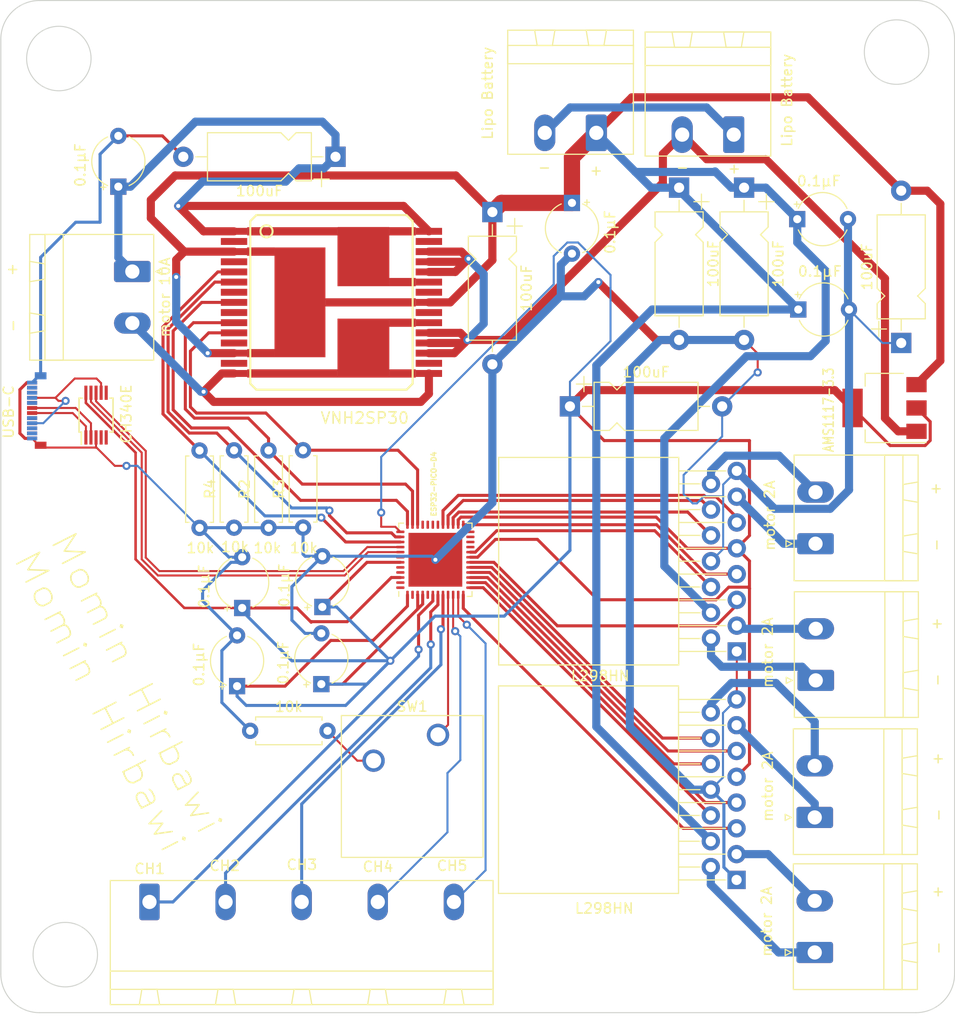
<source format=kicad_pcb>
(kicad_pcb (version 20221018) (generator pcbnew)
  (layers (0 "F.Cu" signal) (31 "B.Cu" signal) (34 "B.Paste" user) (35 "F.Paste" user) (36 "B.SilkS" user "B.Silkscreen") (37 "F.SilkS" user "F.Silkscreen") (38 "B.Mask" user) (39 "F.Mask" user) (44 "Edge.Cuts" user))
  (net 0 "")
  (net 1 "GND")
  (net 2 "/VCC")
  (net 3 "/vbattery+")
  (net 4 "Net-(BT1--)")
  (net 5 "/vbattery-")
  (net 6 "/EN")
  (net 7 "Net-(J3-Pin_1)")
  (net 8 "Net-(J2-Pin_1)")
  (net 9 "Net-(J2-Pin_2)")
  (net 10 "Net-(J3-Pin_2)")
  (net 11 "Net-(J4-Pin_1)")
  (net 12 "Net-(J4-Pin_2)")
  (net 13 "Net-(J5-Pin_1)")
  (net 16 "Net-(J5-Pin_2)")
  (net 17 "Net-(J6-Pin_1)")
  (net 19 "Net-(J6-Pin_2)")
  (net 20 "/vbus")
  (net 22 "/D+")
  (net 23 "/D-")
  (net 25 "/IN_A")
  (net 26 "/EN_B")
  (net 31 "/en_a")
  (net 32 "/IN1_1")
  (net 33 "/EnA_1")
  (net 38 "/IN2_1")
  (net 39 "/IN3_1")
  (net 40 "Net-(R6-Pad2)")
  (net 41 "/EnB_1")
  (net 42 "/IN4_1")
  (net 43 "/PWMMO")
  (net 45 "/IN1_2")
  (net 46 "/EnB_2")
  (net 47 "/IN2_2")
  (net 48 "/IN4_2")
  (net 49 "/EnA_2")
  (net 50 "/RXD")
  (net 51 "/TXD")
  (net 52 "/IN3_2")
  (net 57 "/IN_B")
  (net 61 "/ch1")
  (net 62 "/ch2")
  (net 63 "/ch3")
  (net 64 "/ch4")
  (net 65 "/ch5")
  (footprint "Capacitor_THT:CP_Radial_Tantal_D5.0mm_P5.00mm" (layer "F.Cu") (at 199.564077 33.919077 90)
    (fp_text reference "0.1µF ")
    (fp_text value "0.1µF ")
  )
  (footprint "Connector_Phoenix_MSTB:PhoenixContact_MSTBA_2,5_2-G-5,08_1x02_P5.08mm_Horizontal" (layer "F.Cu") (at 268.264077 69.089077 90)
    (fp_text reference "J6" hide)
    (fp_text value "Conn_01x02_Socket" hide)
  )
  (footprint "Resistor_THT:R_Axial_DIN0207_L6.3mm_D2.5mm_P7.62mm_Horizontal" (layer "F.Cu") (at 210.964077 67.509077 90)
    (fp_text reference "R4")
    (fp_text value "10k")
  )
  (footprint "Package_TO_SOT_THT:TO-220-15_P2.54x2.54mm_StaggerOdd_Lead5.84mm_TabDown" (layer "F.Cu") (at 260.484077 102.204077 90)
    (fp_text reference "U5" hide)
    (fp_text value "L298HN")
  )
  (footprint "Resistor_THT:R_Axial_DIN0207_L6.3mm_D2.5mm_P7.62mm_Horizontal" (layer "F.Cu") (at 207.564077 67.529077 90)
    (fp_text reference "10k")
    (fp_text value "10k")
  )
  (footprint "Connector_Phoenix_MSTB:PhoenixContact_MSTBA_2,5_2-G-5,08_1x02_P5.08mm_Horizontal" (layer "F.Cu") (at 268.286577 82.549077 90)
    (fp_text reference "motor 2A")
    (fp_text value "Conn_01x02_Socket" hide)
  )
  (footprint "Capacitor_THT:CP_Axial_L10.0mm_D4.5mm_P15.00mm_Horizontal" (layer "F.Cu") (at 236.421577 36.419077 -90)
    (fp_text reference "100uF")
    (fp_text value "100uF")
  )
  (footprint "Connector_Phoenix_MSTB:PhoenixContact_MSTBA_2,5_2-G-5,08_1x02_P5.08mm_Horizontal" (layer "F.Cu") (at 268.186577 96.049077 90)
    (fp_text reference "J5" hide)
    (fp_text value "Conn_01x02_Socket" hide)
  )
  (footprint "Capacitor_THT:CP_Radial_Tantal_D5.0mm_P5.00mm" (layer "F.Cu") (at 219.664077 75.319077 90)
    (fp_text reference "0.1µF ")
    (fp_text value "0.1µF")
  )
  (footprint "Capacitor_THT:CP_Radial_Tantal_D5.0mm_P5.00mm" (layer "F.Cu") (at 266.564077 46.019077)
    (fp_text reference "0.1µF ")
    (fp_text value "0.1µF ")
  )
  (footprint "Connector_Phoenix_MSTB:PhoenixContact_MSTBA_2,5_2-G-5,08_1x02_P5.08mm_Horizontal" (layer "F.Cu") (at 246.664077 28.619077 180)
    (fp_text reference "BT1" hide)
    (fp_text value "Battery_Cell")
  )
  (footprint "Connector_Phoenix_GMSTB:PhoenixContact_GMSTBA_2,5_5-G_1x05_P7.50mm_Horizontal" (layer "F.Cu") (at 202.629077 104.374077)
    (fp_text reference "CH1")
    (fp_text value "Conn_01x05_Pin")
  )
  (footprint "Package_DFN_QFN:QFN-48-1EP_7x7mm_P0.5mm_EP5.3x5.3mm" (layer "F.Cu") (at 230.804077 70.669077 90)
    (fp_text reference "U3" hide)
    (fp_text value "ESP32-PICO-D4" hide)
  )
  (footprint "VNH2SP30:MULTIPOWER30" (layer "F.Cu") (at 220.564077 45.319077 -90)
    (fp_text reference "VNH2SP30")
    (fp_text value "VNH2SP30")
  )
  (footprint "Connector_USB:USB_C_Plug_Molex_105444" (layer "F.Cu") (at 191.024077 55.969077 90)
    (fp_text reference "USB-C")
    (fp_text value "USB_C_Plug_USB2.0")
  )
  (footprint "Resistor_THT:R_Axial_DIN0207_L6.3mm_D2.5mm_P7.62mm_Horizontal" (layer "F.Cu") (at 212.554077 87.519077)
    (fp_text reference "10k")
    (fp_text value "10k")
  )
  (footprint "Capacitor_THT:CP_Radial_Tantal_D5.0mm_P5.00mm" (layer "F.Cu") (at 266.464077 37.119077)
    (fp_text reference "0.1µF ")
    (fp_text value "0.1µF ")
  )
  (footprint "Capacitor_THT:CP_Radial_Tantal_D5.0mm_P5.00mm" (layer "F.Cu") (at 219.564077 82.919077 90)
    (fp_text reference "0.1µF ")
    (fp_text value "0.1µF")
  )
  (footprint "Capacitor_THT:CP_Radial_Tantal_D5.0mm_P5.00mm" (layer "F.Cu") (at 211.264077 83.119077 90)
    (fp_text reference "0.1µF ")
    (fp_text value "0.1µF")
  )
  (footprint "Connector_Phoenix_MSTB:PhoenixContact_MSTBA_2,5_2-G-5,08_1x02_P5.08mm_Horizontal" (layer "F.Cu") (at 260.204077 28.796577 180)
    (fp_text reference "Lipo Battery")
    (fp_text value "Battery_Cell")
  )
  (footprint "Capacitor_THT:CP_Axial_L10.0mm_D4.5mm_P15.00mm_Horizontal" (layer "F.Cu") (at 254.821577 34.019077 -90)
    (fp_text reference "100uF")
    (fp_text value "100uF")
  )
  (footprint "Resistor_THT:R_Axial_DIN0207_L6.3mm_D2.5mm_P7.62mm_Horizontal" (layer "F.Cu") (at 214.364077 67.519077 90)
    (fp_text reference "R2")
    (fp_text value "10k")
  )
  (footprint "Capacitor_THT:CP_Axial_L10.0mm_D4.5mm_P15.00mm_Horizontal" (layer "F.Cu") (at 244.064077 55.561577)
    (fp_text reference "100uF")
    (fp_text value "10µF ")
  )
  (footprint "Package_TO_SOT_THT:TO-220-15_P2.54x2.54mm_StaggerOdd_Lead5.84mm_TabDown" (layer "F.Cu") (at 260.504077 79.699077 90)
    (fp_text reference "U1" hide)
    (fp_text value "L298HN")
  )
  (footprint "Capacitor_THT:CP_Axial_L10.0mm_D4.5mm_P15.00mm_Horizontal" (layer "F.Cu") (at 276.706577 49.319077 90)
    (fp_text reference "100uF")
    (fp_text value "10µF ")
  )
  (footprint "Package_SO:MSOP-10_3x3mm_P0.5mm" (layer "F.Cu") (at 197.364077 56.419077 90)
    (fp_text reference "CH340E")
    (fp_text value "CH340E")
  )
  (footprint "Resistor_THT:R_Axial_DIN0207_L6.3mm_D2.5mm_P7.62mm_Horizontal" (layer "F.Cu") (at 217.764077 67.499077 90)
    (fp_text reference "R3")
    (fp_text value "10k")
  )
  (footprint "Connector_Phoenix_MSTB:PhoenixContact_MSTBA_2,5_2-G-5,08_1x02_P5.08mm_Horizontal" (layer "F.Cu") (at 200.941577 42.279077 -90)
    (fp_text reference "motor 10A")
    (fp_text value "Conn_01x02_Socket")
  )
  (footprint "Connector_Phoenix_MSTB:PhoenixContact_MSTBA_2,5_2-G-5,08_1x02_P5.08mm_Horizontal" (layer "F.Cu") (at 268.186577 109.349077 90)
    (fp_text reference "J4" hide)
    (fp_text value "Conn_01x02_Socket" hide)
  )
  (footprint "Capacitor_THT:CP_Axial_L10.0mm_D4.5mm_P15.00mm_Horizontal" (layer "F.Cu") (at 261.221577 34.019077 -90)
    (fp_text reference "100uF")
    (fp_text value "100uF")
  )
  (footprint "Capacitor_THT:CP_Radial_Tantal_D5.0mm_P5.00mm" (layer "F.Cu") (at 211.764077 75.419077 90)
    (fp_text reference "0.1µF ")
    (fp_text value "0.1µF")
  )
  (footprint "Package_TO_SOT_SMD:SOT-223-3_TabPin2" (layer "F.Cu") (at 275.064077 55.719077 180)
    (fp_text reference "AMS1117-3.3")
    (fp_text value "AMS1117-3.3")
  )
  (footprint "Capacitor_THT:CP_Axial_L10.0mm_D4.5mm_P15.00mm_Horizontal" (layer "F.Cu") (at 220.964077 30.976577 180)
    (fp_text reference "100uF")
    (fp_text value "100uF")
  )
  (footprint "Capacitor_THT:CP_Radial_Tantal_D5.0mm_P5.00mm" (layer "F.Cu") (at 244.264077 35.519077 -90)
    (fp_text reference "0.1µF ")
    (fp_text value "0.1µF ")
  )
  (footprint "Button_Switch_Keyboard:SW_Cherry_MX_1.00u_PCB" (layer "F.Cu") (at 231.064077 87.919077)
    (fp_text reference "SW1")
    (fp_text value "SW_Push")
  )
  (gr_circle (center 193.699077 21.299077) (end 196.239077 19.394077) (stroke (width 0.1)) (fill none) (layer "Edge.Cuts"))
  (gr_arc (start 187.984077 19.394077) (mid 189.1 16.7) (end 191.794077 15.584077) (stroke (width 0.1)) (layer "Edge.Cuts"))
  (gr_line (start 187.984077 111.469077) (end 187.984077 19.394077) (stroke (width 0.1)) (layer "Edge.Cuts"))
  (gr_line (start 281.964077 19.394077) (end 281.964077 111.469077) (stroke (width 0.1)) (layer "Edge.Cuts"))
  (gr_arc (start 278.154077 15.584077) (mid 280.848154 16.7) (end 281.964077 19.394077) (stroke (width 0.1)) (layer "Edge.Cuts"))
  (gr_circle (center 276.249077 20.664077) (end 278.789077 18.759077) (stroke (width 0.1)) (fill none) (layer "Edge.Cuts"))
  (gr_line (start 191.794077 15.584077) (end 278.154077 15.584077) (stroke (width 0.1)) (layer "Edge.Cuts"))
  (gr_arc (start 191.794077 115.279077) (mid 189.1 114.163154) (end 187.984077 111.469077) (stroke (width 0.1)) (layer "Edge.Cuts"))
  (gr_arc (start 281.964077 111.469077) (mid 280.848154 114.163154) (end 278.154077 115.279077) (stroke (width 0.1)) (layer "Edge.Cuts"))
  (gr_line (start 278.154077 115.279077) (end 191.794077 115.279077) (stroke (width 0.1)) (layer "Edge.Cuts"))
  (gr_circle (center 194.334077 109.564077) (end 196.874077 107.659077) (stroke (width 0.1)) (fill none) (layer "Edge.Cuts"))
  (gr_text "+\n" (at 280.249077 76.909077) (layer "F.SilkS") (effects (font (size 1 1))))
  (gr_text "motor 2A" (at 263.749077 66.309077 90) (layer "F.SilkS") (effects (font (size 1 1))))
  (gr_text "10k" (at 217.849077 69.509077) (layer "F.SilkS") (effects (font (size 1 1))))
  (gr_text "CH4\n" (at 225.149077 100.909077) (layer "F.SilkS") (effects (font (size 1 1))))
  (gr_text "CH5\n" (at 232.449077 100.809077) (layer "F.SilkS") (effects (font (size 1 1))))
  (gr_text "L298HN" (at 247.449077 105.009077) (layer "F.SilkS") (effects (font (size 1 1))))
  (gr_text "CH2\n" (at 210.049077 100.809077) (layer "F.SilkS") (effects (font (size 1 1))))
  (gr_text "motor 2A" (at 263.549077 93.009077 90) (layer "F.SilkS") (effects (font (size 1 1))))
  (gr_text "-\n" (at 280.149077 69.209077 90) (layer "F.SilkS") (effects (font (size 1 1))))
  (gr_text "+\n" (at 280.149077 63.609077) (layer "F.SilkS") (effects (font (size 1 1))))
  (gr_text "+\n" (at 260.249077 32.109077) (layer "F.SilkS") (effects (font (size 1 1))))
  (gr_text "+\n" (at 189.149077 42.009077) (layer "F.SilkS") (effects (font (size 1 1))))
  (gr_text "+\n" (at 280.349077 103.309077) (layer "F.SilkS") (effects (font (size 1 1))))
  (gr_text "L298HN" (at 247.049077 82.109077) (layer "F.SilkS") (effects (font (size 1 1))))
  (gr_text "Momin Hirbawi\nMomin Hirbawi" (at 199.549077 83.709077 297) (layer "F.SilkS") (effects (font (size 2.5 3))))
  (gr_text "-\n" (at 280.349077 95.809077 90) (layer "F.SilkS") (effects (font (size 1 1))))
  (gr_text "-\n" (at 241.549077 32.009077) (layer "F.SilkS") (effects (font (size 1 1))))
  (gr_text "Lipo Battery" (at 235.949077 24.709077 90) (layer "F.SilkS") (effects (font (size 1 1))))
  (gr_text "-\n" (at 280.249077 82.509077 90) (layer "F.SilkS") (effects (font (size 1 1))))
  (gr_text "+\n" (at 280.349077 90.209077) (layer "F.SilkS") (effects (font (size 1 1))))
  (gr_text "-\n" (at 255.149077 32.009077) (layer "F.SilkS") (effects (font (size 1 1))))
  (gr_text "-\n" (at 280.349077 108.909077 90) (layer "F.SilkS") (effects (font (size 1 1))))
  (gr_text "10k" (at 214.249077 69.509077) (layer "F.SilkS") (effects (font (size 1 1))))
  (gr_text "ESP32-PICO-D4" (at 230.649077 63.209077 90) (layer "F.SilkS") (effects (font (size 0.5 0.5) (thickness 0.125))))
  (gr_text "-\n" (at 189.149077 47.609077 90) (layer "F.SilkS") (effects (font (size 1 1))))
  (gr_text "+\n" (at 246.649077 32.309077) (layer "F.SilkS") (effects (font (size 1 1))))
  (gr_text "motor 2A" (at 263.449077 106.309077 90) (layer "F.SilkS") (effects (font (size 1 1))))
  (gr_text "CH3\n" (at 217.649077 100.709077) (layer "F.SilkS") (effects (font (size 1 1))))
  (gr_text "10k" (at 211.049077 69.409077) (layer "F.SilkS") (effects (font (size 1 1))))
  (segment (start 260.504077 79.699077) (end 260.504077 84.404077) (width 0.2) (layer "F.Cu") (net 1))
  (segment (start 199.564077 28.919077) (end 203.906577 28.919077) (width 0.3) (layer "F.Cu") (net 1))
  (segment (start 189.864077 53.909077) (end 189.864077 58.219077) (width 0.3) (layer "F.Cu") (net 1))
  (segment (start 197.364077 59.569077) (end 199.214077 61.419077) (width 0.2) (layer "F.Cu") (net 1))
  (segment (start 197.364077 58.619077) (end 197.364077 59.569077) (width 0.2) (layer "F.Cu") (net 1))
  (segment (start 197.364077 59.569077) (end 197.314077 59.619077) (width 0.2) (layer "F.Cu") (net 1))
  (segment (start 191.734077 59.389077) (end 191.064077 58.719077) (width 0.2) (layer "F.Cu") (net 1))
  (segment (start 254.821577 49.019077) (end 252.564077 49.019077) (width 0.8) (layer "F.Cu") (net 1))
  (segment (start 262.564077 50.361577) (end 261.221577 49.019077) (width 0.2) (layer "F.Cu") (net 1))
  (segment (start 192.134077 59.619077) (end 191.904077 59.389077) (width 0.2) (layer "F.Cu") (net 1))
  (segment (start 191.064077 53.219077) (end 190.554077 53.219077) (width 0.3) (layer "F.Cu") (net 1))
  (segment (start 262.564077 52.219077) (end 262.564077 50.361577) (width 0.2) (layer "F.Cu") (net 1))
  (segment (start 190.364077 58.719077) (end 191.064077 58.719077) (width 0.3) (layer "F.Cu") (net 1))
  (segment (start 191.904077 59.389077) (end 191.734077 59.389077) (width 0.2) (layer "F.Cu") (net 1))
  (segment (start 252.564077 49.019077) (end 246.864077 43.319077) (width 0.8) (layer "F.Cu") (net 1))
  (segment (start 190.554077 53.219077) (end 189.864077 53.909077) (width 0.3) (layer "F.Cu") (net 1))
  (segment (start 260.504077 84.404077) (end 260.484077 84.424077) (width 0.2) (layer "F.Cu") (net 1))
  (segment (start 189.864077 58.219077) (end 190.364077 58.719077) (width 0.3) (layer "F.Cu") (net 1))
  (segment (start 203.906577 28.919077) (end 205.964077 30.976577) (width 0.3) (layer "F.Cu") (net 1))
  (segment (start 197.314077 59.619077) (end 192.134077 59.619077) (width 0.2) (layer "F.Cu") (net 1))
  (segment (start 199.214077 61.419077) (end 200.364077 61.419077) (width 0.2) (layer "F.Cu") (net 1))
  (via (at 246.864077 43.319077) (size 0.8) (drill 0.4) (layers "F.Cu" "B.Cu") (net 1))
  (via (at 200.364077 61.419077) (size 0.8) (drill 0.4) (layers "F.Cu" "B.Cu") (net 1))
  (via (at 262.564077 52.219077) (size 0.8) (drill 0.4) (layers "F.Cu" "B.Cu") (net 1))
  (via (at 230.804077 70.669077) (size 0.8) (drill 0.4) (layers "F.Cu" "B.Cu") (net 1))
  (segment (start 249.964077 87.119077) (end 256.159077 93.314077) (width 0.8) (layer "B.Cu") (net 1))
  (segment (start 210.054077 70.019077) (end 210.064077 70.019077) (width 0.3) (layer "B.Cu") (net 1))
  (segment (start 210.464077 70.419077) (end 211.764077 70.419077) (width 0.3) (layer "B.Cu") (net 1))
  (segment (start 207.864077 74.719077) (end 207.864077 73.719077) (width 0.3) (layer "B.Cu") (net 1))
  (segment (start 210.064077 70.019077) (end 210.464077 70.419077) (width 0.3) (layer "B.Cu") (net 1))
  (segment (start 211.264077 78.119077) (end 207.864077 74.719077) (width 0.3) (layer "B.Cu") (net 1))
  (segment (start 209.764077 79.619077) (end 211.264077 78.119077) (width 0.3) (layer "B.Cu") (net 1))
  (segment (start 243.164077 44.719077) (end 243.121577 44.719077) (width 0.8) (layer "B.Cu") (net 1))
  (segment (start 260.484077 102.204077) (end 259.234077 100.954077) (width 0.3) (layer "B.Cu") (net 1))
  (segment (start 276.706577 49.319077) (end 274.864077 49.319077) (width 0.2) (layer "B.Cu") (net 1))
  (segment (start 191.904077 52.549077) (end 191.904077 40.879077) (width 0.3) (layer "B.Cu") (net 1))
  (segment (start 255.264077 64.219077) (end 256.164077 65.119077) (width 0.2) (layer "B.Cu") (net 1))
  (segment (start 256.159077 93.314077) (end 257.944077 93.314077) (width 0.8) (layer "B.Cu") (net 1))
  (segment (start 259.164077 69.609077) (end 259.164077 64.419077) (width 0.2) (layer "B.Cu") (net 1))
  (segment (start 259.144077 92.114077) (end 257.944077 93.314077) (width 0.2) (layer "B.Cu") (net 1))
  (segment (start 217.964077 70.319077) (end 219.664077 70.319077) (width 0.3) (layer "B.Cu") (net 1))
  (segment (start 274.864077 49.319077) (end 271.564077 46.019077) (width 0.2) (layer "B.Cu") (net 1))
  (segment (start 259.234077 94.604077) (end 257.944077 93.314077) (width 0.3) (layer "B.Cu") (net 1))
  (segment (start 243.121577 44.719077) (end 236.421577 51.419077) (width 0.8) (layer "B.Cu") (net 1))
  (segment (start 259.234077 100.954077) (end 259.234077 94.604077) (width 0.3) (layer "B.Cu") (net 1))
  (segment (start 236.421577 51.419077) (end 236.421577 65.051577) (width 0.8) (layer "B.Cu") (net 1))
  (segment (start 207.584077 67.509077) (end 207.564077 67.529077) (width 0.3) (layer "B.Cu") (net 1))
  (segment (start 217.964077 77.919077) (end 219.564077 77.919077) (width 0.3) (layer "B.Cu") (net 1))
  (segment (start 255.264077 62.319077) (end 255.264077 64.219077) (width 0.2) (layer "B.Cu") (net 1))
  (segment (start 259.064077 55.561577) (end 262.406577 52.219077) (width 0.2) (layer "B.Cu") (net 1))
  (segment (start 207.564077 67.529077) (end 210.054077 70.019077) (width 0.3) (layer "B.Cu") (net 1))
  (segment (start 264.234077 65.649077) (end 260.504077 61.919077) (width 0.8) (layer "B.Cu") (net 1))
  (segment (start 197.764077 30.719077) (end 199.564077 28.919077) (width 0.3) (layer "B.Cu") (net 1))
  (segment (start 191.734077 52.549077) (end 191.064077 53.219077) (width 0.3) (layer "B.Cu") (net 1))
  (segment (start 219.664077 70.319077) (end 230.454077 70.319077) (width 0.3) (layer "B.Cu") (net 1))
  (segment (start 259.064077 55.561577) (end 259.064077 58.519077) (width 0.2) (layer "B.Cu") (net 1))
  (segment (start 214.364077 67.519077) (end 210.974077 67.519077) (width 0.3) (layer "B.Cu") (net 1))
  (segment (start 219.664077 70.319077) (end 216.664077 73.319077) (width 0.3) (layer "B.Cu") (net 1))
  (segment (start 254.821577 49.019077) (end 252.964077 49.019077) (width 0.8) (layer "B.Cu") (net 1))
  (segment (start 236.421577 65.051577) (end 230.804077 70.669077) (width 0.8) (layer "B.Cu") (net 1))
  (segment (start 271.464077 37.119077) (end 271.464077 45.919077) (width 0.8) (layer "B.Cu") (net 1))
  (segment (start 212.554077 87.519077) (end 209.764077 84.729077) (width 0.3) (layer "B.Cu") (net 1))
  (segment (start 216.664077 73.319077) (end 216.664077 76.619077) (width 0.3) (layer "B.Cu") (net 1))
  (segment (start 256.164077 65.119077) (end 256.564077 65.119077) (width 0.2) (layer "B.Cu") (net 1))
  (segment (start 259.064077 58.519077) (end 255.264077 62.319077) (width 0.2) (layer "B.Cu") (net 1))
  (segment (start 195.364077 37.419077) (end 197.764077 37.419077) (width 0.3) (layer "B.Cu") (net 1))
  (segment (start 243.164077 44.719077) (end 243.164077 41.619077) (width 0.8) (layer "B.Cu") (net 1))
  (segment (start 210.974077 67.519077) (end 210.964077 67.509077) (width 0.3) (layer "B.Cu") (net 1))
  (segment (start 217.764077 70.119077) (end 217.964077 70.319077) (width 0.3) (layer "B.Cu") (net 1))
  (segment (start 191.904077 52.549077) (end 191.734077 52.549077) (width 0.3) (layer "B.Cu") (net 1))
  (segment (start 262.406577 52.219077) (end 262.564077 52.219077) (width 0.2) (layer "B.Cu") (net 1))
  (segment (start 200.364077 61.419077) (end 201.454077 61.419077) (width 0.2) (layer "B.Cu") (net 1))
  (segment (start 230.454077 70.319077) (end 230.804077 70.669077) (width 0.3) (layer "B.Cu") (net 1))
  (segment (start 210.664077 70.919077) (end 211.264077 70.919077) (width 0.3) (layer "B.Cu") (net 1))
  (segment (start 271.464077 45.919077) (end 271.564077 46.019077) (width 0.8) (layer "B.Cu") (net 1))
  (segment (start 211.264077 70.919077) (end 211.764077 70.419077) (width 0.3) (layer "B.Cu") (net 1))
  (segment (start 197.764077 37.419077) (end 197.764077 30.719077) (width 0.3) (layer "B.Cu") (net 1))
  (segment (start 271.564077 63.788387) (end 269.703387 65.649077) (width 0.8) (layer "B.Cu") (net 1))
  (segment (start 210.964077 67.509077) (end 207.584077 67.509077) (width 0.3) (layer "B.Cu") (net 1))
  (segment (start 201.454077 61.419077) (end 207.564077 67.529077) (width 0.2) (layer "B.Cu") (net 1))
  (segment (start 209.764077 84.729077) (end 209.764077 79.619077) (width 0.3) (layer "B.Cu") (net 1))
  (segment (start 261.221577 49.019077) (end 254.821577 49.019077) (width 0.8) (layer "B.Cu") (net 1))
  (segment (start 243.164077 41.619077) (end 244.264077 40.519077) (width 0.8) (layer "B.Cu") (net 1))
  (segment (start 256.564077 65.119077) (end 257.264077 64.419077) (width 0.2) (layer "B.Cu") (net 1))
  (segment (start 269.703387 65.649077) (end 264.234077 65.649077) (width 0.8) (layer "B.Cu") (net 1))
  (segment (start 246.864077 43.319077) (end 245.464077 44.719077) (width 0.8) (layer "B.Cu") (net 1))
  (segment (start 252.964077 49.019077) (end 249.964077 52.019077) (width 0.8) (layer "B.Cu") (net 1))
  (segment (start 257.264077 64.419077) (end 259.164077 64.419077) (width 0.2) (layer "B.Cu") (net 1))
  (segment (start 260.484077 84.424077) (end 259.144077 85.764077) (width 0.2) (layer "B.Cu") (net 1))
  (segment (start 259.164077 63.259077) (end 260.504077 61.919077) (width 0.2) (layer "B.Cu") (net 1))
  (segment (start 216.664077 76.619077) (end 217.964077 77.919077) (width 0.3) (layer "B.Cu") (net 1))
  (segment (start 217.764077 67.499077) (end 214.384077 67.499077) (width 0.3) (layer "B.Cu") (net 1))
  (segment (start 245.464077 44.719077) (end 243.164077 44.719077) (width 0.8) (layer "B.Cu") (net 1))
  (segment (start 271.564077 46.019077) (end 271.564077 63.788387) (width 0.8) (layer "B.Cu") (net 1))
  (segment (start 214.384077 67.499077) (end 214.364077 67.519077) (width 0.3) (layer "B.Cu") (net 1))
  (segment (start 217.764077 67.499077) (end 217.764077 70.119077) (width 0.3) (layer "B.Cu") (net 1))
  (segment (start 207.864077 73.719077) (end 210.664077 70.919077) (width 0.3) (layer "B.Cu") (net 1))
  (segment (start 257.964077 70.809077) (end 259.164077 69.609077) (width 0.2) (layer "B.Cu") (net 1))
  (segment (start 259.164077 64.419077) (end 259.164077 63.259077) (width 0.2) (layer "B.Cu") (net 1))
  (segment (start 191.904077 40.879077) (end 195.364077 37.419077) (width 0.3) (layer "B.Cu") (net 1))
  (segment (start 259.144077 85.764077) (end 259.144077 92.114077) (width 0.2) (layer "B.Cu") (net 1))
  (segment (start 249.964077 52.019077) (end 249.964077 87.119077) (width 0.8) (layer "B.Cu") (net 1))
  (segment (start 226.854077 67.419077) (end 225.464077 67.419077) (width 0.2) (layer "F.Cu") (net 2))
  (segment (start 219.564077 82.919077) (end 221.664077 82.919077) (width 0.3) (layer "F.Cu") (net 2))
  (segment (start 218.564077 76.819077) (end 218.614077 76.769077) (width 0.3) (layer "F.Cu") (net 2))
  (segment (start 245.664077 53.961577) (end 244.064077 55.561577) (width 0.8) (layer "F.Cu") (net 2))
  (segment (start 201.264077 70.619077) (end 206.064077 75.419077) (width 0.25) (layer "F.Cu") (net 2))
  (segment (start 219.664077 75.319077) (end 224.064077 70.919077) (width 0.3) (layer "F.Cu") (net 2))
  (segment (start 261.754077 58.929077) (end 247.431577 58.929077) (width 0.3) (layer "F.Cu") (net 2))
  (segment (start 275.614077 59.419077) (end 271.914077 55.719077) (width 0.3) (layer "F.Cu") (net 2))
  (segment (start 270.156577 53.961577) (end 245.664077 53.961577) (width 0.8) (layer "F.Cu") (net 2))
  (segment (start 279.564077 57.069077) (end 279.564077 58.919077) (width 0.3) (layer "F.Cu") (net 2))
  (segment (start 252.563416 66.469077) (end 233.320714 66.469077) (width 0.3) (layer "F.Cu") (net 2))
  (segment (start 260.504077 69.539077) (end 255.633416 69.539077) (width 0.3) (layer "F.Cu") (net 2))
  (segment (start 259.711844 73.369077) (end 258.471844 74.609077) (width 0.3) (layer "F.Cu") (net 2))
  (segment (start 279.064077 59.419077) (end 275.614077 59.419077) (width 0.3) (layer "F.Cu") (net 2))
  (segment (start 261.754077 90.774077) (end 260.484077 92.044077) (width 0.3) (layer "F.Cu") (net 2))
  (segment (start 271.914077 55.719077) (end 270.156577 53.961577) (width 0.8) (layer "F.Cu") (net 2))
  (segment (start 260.504077 69.539077) (end 261.754077 68.289077) (width 0.3) (layer "F.Cu") (net 2))
  (segment (start 217.164077 75.419077) (end 218.564077 76.819077) (width 0.3) (layer "F.Cu") (net 2))
  (segment (start 229.064077 75.519077) (end 229.554077 75.029077) (width 0.3) (layer "F.Cu") (net 2))
  (segment (start 224.664077 78.619077) (end 228.054077 75.229077) (width 0.3) (layer "F.Cu") (net 2))
  (segment (start 201.264077 60.119077) (end 201.264077 70.619077) (width 0.25) (layer "F.Cu") (net 2))
  (segment (start 196.364077 54.219077) (end 196.364077 55.219077) (width 0.25) (layer "F.Cu") (net 2))
  (segment (start 236.724077 68.659077) (end 234.964077 70.419077) (width 0.3) (layer "F.Cu") (net 2))
  (segment (start 227.354077 67.919077) (end 226.854077 67.419077) (width 0.2) (layer "F.Cu") (net 2))
  (segment (start 233.320714 66.469077) (end 233.054077 66.735714) (width 0.3) (layer "F.Cu") (net 2))
  (segment (start 206.064077 75.419077) (end 211.764077 75.419077) (width 0.25) (layer "F.Cu") (net 2))
  (segment (start 247.431577 58.929077) (end 244.064077 55.561577) (width 0.3) (layer "F.Cu") (net 2))
  (segment (start 261.614077 73.369077) (end 259.711844 73.369077) (width 0.3) (layer "F.Cu") (net 2))
  (segment (start 228.054077 75.229077) (end 228.054077 74.119077) (width 0.3) (layer "F.Cu") (net 2))
  (segment (start 261.754077 73.509077) (end 261.614077 73.369077) (width 0.3) (layer "F.Cu") (net 2))
  (segment (start 221.664077 82.919077) (end 229.064077 75.519077) (width 0.3) (layer "F.Cu") (net 2))
  (segment (start 211.264077 83.119077) (end 215.990423 83.119077) (width 0.3) (layer "F.Cu") (net 2))
  (segment (start 220.490423 78.619077) (end 224.664077 78.619077) (width 0.3) (layer "F.Cu") (net 2))
  (segment (start 246.804636 74.609077) (end 240.854636 68.659077) (width 0.3) (layer "F.Cu") (net 2))
  (segment (start 234.964077 70.419077) (end 234.254077 70.419077) (width 0.3) (layer "F.Cu") (net 2))
  (segment (start 240.854636 68.659077) (end 236.724077 68.659077) (width 0.3) (layer "F.Cu") (net 2))
  (segment (start 279.564077 58.919077) (end 279.064077 59.419077) (width 0.3) (layer "F.Cu") (net 2))
  (segment (start 196.364077 55.219077) (end 201.264077 60.119077) (width 0.25) (layer "F.Cu") (net 2))
  (segment (start 255.633416 69.539077) (end 252.563416 66.469077) (width 0.3) (layer "F.Cu") (net 2))
  (segment (start 229.064077 75.519077) (end 229.064077 74.129077) (width 0.3) (layer "F.Cu") (net 2))
  (segment (start 260.504077 69.539077) (end 261.754077 70.789077) (width 0.3) (layer "F.Cu") (net 2))
  (segment (start 215.990423 83.119077) (end 220.490423 78.619077) (width 0.3) (layer "F.Cu") (net 2))
  (segment (start 261.754077 70.789077) (end 261.754077 73.509077) (width 0.3) (layer "F.Cu") (net 2))
  (segment (start 261.754077 73.509077) (end 261.754077 90.774077) (width 0.3) (layer "F.Cu") (net 2))
  (segment (start 211.764077 75.419077) (end 217.164077 75.419077) (width 0.3) (layer "F.Cu") (net 2))
  (segment (start 258.471844 74.609077) (end 246.804636 74.609077) (width 0.3) (layer "F.Cu") (net 2))
  (segment (start 229.064077 74.129077) (end 229.054077 74.119077) (width 0.3) (layer "F.Cu") (net 2))
  (segment (start 233.054077 66.735714) (end 233.054077 67.219077) (width 0.3) (layer "F.Cu") (net 2))
  (segment (start 261.754077 68.289077) (end 261.754077 58.929077) (width 0.3) (layer "F.Cu") (net 2))
  (segment (start 218.614077 76.769077) (end 222.114077 76.769077) (width 0.3) (layer "F.Cu") (net 2))
  (segment (start 225.464077 67.419077) (end 225.464077 66.019077) (width 0.2) (layer "F.Cu") (net 2))
  (segment (start 222.114077 76.769077) (end 226.464077 72.419077) (width 0.3) (layer "F.Cu") (net 2))
  (segment (start 229.554077 75.029077) (end 229.554077 74.119077) (width 0.3) (layer "F.Cu") (net 2))
  (segment (start 224.064077 70.919077) (end 227.354077 70.919077) (width 0.3) (layer "F.Cu") (net 2))
  (segment (start 226.464077 72.419077) (end 227.354077 72.419077) (width 0.3) (layer "F.Cu") (net 2))
  (segment (start 278.214077 55.719077) (end 279.564077 57.069077) (width 0.3) (layer "F.Cu") (net 2))
  (via (at 225.464077 66.019077) (size 0.8) (drill 0.4) (layers "F.Cu" "B.Cu") (net 2))
  (via (at 226.364077 80.619077) (size 0.8) (drill 0.4) (layers "F.Cu" "B.Cu") (net 2))
  (segment (start 230.764077 76.219077) (end 237.594636 76.219077) (width 0.3) (layer "B.Cu") (net 2))
  (segment (start 243.808442 39.419077) (end 244.864077 39.419077) (width 0.2) (layer "B.Cu") (net 2))
  (segment (start 242.464077 43.538099) (end 242.464077 40.763442) (width 0.2) (layer "B.Cu") (net 2))
  (segment (start 248.064077 49.129127) (end 244.064077 53.129127) (width 0.2) (layer "B.Cu") (net 2))
  (segment (start 244.864077 39.419077) (end 248.064077 42.619077) (width 0.2) (layer "B.Cu") (net 2))
  (segment (start 226.364077 80.619077) (end 230.764077 76.219077) (width 0.3) (layer "B.Cu") (net 2))
  (segment (start 212.164077 85.019077) (end 211.264077 84.119077) (width 0.3) (layer "B.Cu") (net 2))
  (segment (start 221.064077 75.319077) (end 219.664077 75.319077) (width 0.3) (layer "B.Cu") (net 2))
  (segment (start 225.464077 60.538099) (end 242.464077 43.538099) (width 0.2) (layer "B.Cu") (net 2))
  (segment (start 226.364077 80.619077) (end 224.064077 82.919077) (width 0.3) (layer "B.Cu") (net 2))
  (segment (start 226.364077 80.619077) (end 221.064077 75.319077) (width 0.3) (layer "B.Cu") (net 2))
  (segment (start 211.264077 84.119077) (end 211.264077 83.119077) (width 0.3) (layer "B.Cu") (net 2))
  (segment (start 225.464077 66.019077) (end 225.464077 60.538099) (width 0.2) (layer "B.Cu") (net 2))
  (segment (start 237.594636 76.219077) (end 244.064077 69.749636) (width 0.3) (layer "B.Cu") (net 2))
  (segment (start 216.664077 80.619077) (end 211.764077 75.719077) (width 0.3) (layer "B.Cu") (net 2))
  (segment (start 226.364077 80.619077) (end 216.664077 80.619077) (width 0.3) (layer "B.Cu") (net 2))
  (segment (start 224.064077 82.919077) (end 219.564077 82.919077) (width 0.3) (layer "B.Cu") (net 2))
  (segment (start 226.364077 80.619077) (end 221.964077 85.019077) (width 0.3) (layer "B.Cu") (net 2))
  (segment (start 244.064077 53.129127) (end 244.064077 55.561577) (width 0.2) (layer "B.Cu") (net 2))
  (segment (start 244.064077 69.749636) (end 244.064077 55.561577) (width 0.3) (layer "B.Cu") (net 2))
  (segment (start 248.064077 42.619077) (end 248.064077 49.129127) (width 0.2) (layer "B.Cu") (net 2))
  (segment (start 221.964077 85.019077) (end 212.164077 85.019077) (width 0.3) (layer "B.Cu") (net 2))
  (segment (start 242.464077 40.763442) (end 243.808442 39.419077) (width 0.2) (layer "B.Cu") (net 2))
  (segment (start 211.764077 75.719077) (end 211.764077 75.419077) (width 0.3) (layer "B.Cu") (net 2))
  (segment (start 205.264077 41.119077) (end 206.064077 40.319077) (width 0.8) (layer "F.Cu") (net 3))
  (segment (start 276.706577 34.319077) (end 279.264077 34.319077) (width 0.8) (layer "F.Cu") (net 3))
  (segment (start 202.764077 35.219077) (end 205.164077 32.819077) (width 0.8) (layer "F.Cu") (net 3))
  (segment (start 232.821577 32.819077) (end 236.421577 36.419077) (width 0.8) (layer "F.Cu") (net 3))
  (segment (start 279.264077 34.319077) (end 280.564077 35.619077) (width 0.8) (layer "F.Cu") (net 3))
  (segment (start 230.164077 45.319077) (end 232.264077 45.319077) (width 0.8) (layer "F.Cu") (net 3))
  (segment (start 210.964077 50.319077) (end 208.364077 50.319077) (width 0.8) (layer "F.Cu") (net 3))
  (segment (start 244.264077 31.019077) (end 246.664077 28.619077) (width 1.6) (layer "F.Cu") (net 3))
  (segment (start 236.421577 41.161577) (end 236.421577 36.419077) (width 0.8) (layer "F.Cu") (net 3))
  (segment (start 205.264077 42.819077) (end 205.264077 41.119077) (width 0.8) (layer "F.Cu") (net 3))
  (segment (start 232.264077 45.319077) (end 236.421577 41.161577) (width 0.8) (layer "F.Cu") (net 3))
  (segment (start 276.706577 34.319077) (end 267.506577 25.119077) (width 0.8) (layer "F.Cu") (net 3))
  (segment (start 202.764077 37.019077) (end 202.764077 35.219077) (width 0.8) (layer "F.Cu") (net 3))
  (segment (start 244.264077 35.519077) (end 237.321577 35.519077) (width 1.6) (layer "F.Cu") (net 3))
  (segment (start 280.564077 35.619077) (end 280.564077 51.069077) (width 0.8) (layer "F.Cu") (net 3))
  (segment (start 280.564077 51.069077) (end 278.214077 53.419077) (width 0.8) (layer "F.Cu") (net 3))
  (segment (start 210.964077 40.319077) (end 206.064077 40.319077) (width 0.8) (layer "F.Cu") (net 3))
  (segment (start 206.064077 40.319077) (end 202.764077 37.019077) (width 0.8) (layer "F.Cu") (net 3))
  (segment (start 267.506577 25.119077) (end 250.164077 25.119077) (width 0.8) (layer "F.Cu") (net 3))
  (segment (start 237.321577 35.519077) (end 236.421577 36.419077) (width 1.6) (layer "F.Cu") (net 3))
  (segment (start 250.164077 25.119077) (end 246.664077 28.619077) (width 0.8) (layer "F.Cu") (net 3))
  (segment (start 244.264077 35.519077) (end 244.264077 31.019077) (width 1.6) (layer "F.Cu") (net 3))
  (segment (start 205.164077 32.819077) (end 232.821577 32.819077) (width 0.8) (layer "F.Cu") (net 3))
  (via (at 208.364077 50.319077) (size 0.8) (drill 0.4) (layers "F.Cu" "B.Cu") (net 3))
  (via (at 205.264077 42.819077) (size 0.8) (drill 0.4) (layers "F.Cu" "B.Cu") (net 3))
  (segment (start 250.514077 32.469077) (end 258.314077 32.469077) (width 0.8) (layer "B.Cu") (net 3))
  (segment (start 259.964077 34.019077) (end 261.221577 34.019077) (width 0.8) (layer "B.Cu") (net 3))
  (segment (start 261.221577 34.019077) (end 263.364077 34.019077) (width 0.8) (layer "B.Cu") (net 3))
  (segment (start 205.264077 47.219077) (end 205.264077 42.819077) (width 0.8) (layer "B.Cu") (net 3))
  (segment (start 258.364077 32.419077) (end 259.964077 34.019077) (width 0.8) (layer "B.Cu") (net 3))
  (segment (start 252.164077 46.019077) (end 246.664077 51.519077) (width 0.8) (layer "B.Cu") (net 3))
  (segment (start 267.764077 50.619077) (end 261.464077 50.619077) (width 0.8) (layer "B.Cu") (net 3))
  (segment (start 208.364077 50.319077) (end 205.264077 47.219077) (width 0.8) (layer "B.Cu") (net 3))
  (segment (start 266.464077 37.119077) (end 266.464077 39.419077) (width 0.8) (layer "B.Cu") (net 3))
  (segment (start 253.364077 58.719077) (end 253.364077 71.289077) (width 0.8) (layer "B.Cu") (net 3))
  (segment (start 252.064077 34.019077) (end 254.821577 34.019077) (width 0.8) (layer "B.Cu") (net 3))
  (segment (start 269.264077 49.119077) (end 267.764077 50.619077) (width 0.8) (layer "B.Cu") (net 3))
  (segment (start 246.664077 28.619077) (end 250.514077 32.469077) (width 0.8) (layer "B.Cu") (net 3))
  (segment (start 269.264077 42.219077) (end 269.264077 49.119077) (width 0.8) (layer "B.Cu") (net 3))
  (segment (start 266.464077 39.419077) (end 269.264077 42.219077) (width 0.8) (layer "B.Cu") (net 3))
  (segment (start 246.664077 51.519077) (end 246.664077 87.114077) (width 0.8) (layer "B.Cu") (net 3))
  (segment (start 266.564077 46.019077) (end 252.164077 46.019077) (width 0.8) (layer "B.Cu") (net 3))
  (segment (start 258.314077 32.469077) (end 258.364077 32.419077) (width 0.8) (layer "B.Cu") (net 3))
  (segment (start 246.664077 87.114077) (end 257.944077 98.394077) (width 0.8) (layer "B.Cu") (net 3))
  (segment (start 250.514077 32.469077) (end 252.064077 34.019077) (width 0.8) (layer "B.Cu") (net 3))
  (segment (start 254.821577 34.276577) (end 266.564077 46.019077) (width 0.8) (layer "B.Cu") (net 3))
  (segment (start 263.364077 34.019077) (end 266.464077 37.119077) (width 0.8) (layer "B.Cu") (net 3))
  (segment (start 261.464077 50.619077) (end 253.364077 58.719077) (width 0.8) (layer "B.Cu") (net 3))
  (segment (start 254.821577 34.019077) (end 254.821577 34.276577) (width 0.8) (layer "B.Cu") (net 3))
  (segment (start 253.364077 71.289077) (end 257.964077 75.889077) (width 0.8) (layer "B.Cu") (net 3))
  (segment (start 241.584077 27.199077) (end 241.584077 28.619077) (width 0.3) (layer "F.Cu") (net 4))
  (segment (start 244.084077 26.119077) (end 241.584077 28.619077) (width 0.8) (layer "B.Cu") (net 4))
  (segment (start 257.526577 26.119077) (end 244.084077 26.119077) (width 0.8) (layer "B.Cu") (net 4))
  (segment (start 260.204077 28.796577) (end 257.526577 26.119077) (width 0.8) (layer "B.Cu") (net 4))
  (segment (start 233.964077 49.019077) (end 237.743976 49.019077) (width 0.8) (layer "F.Cu") (net 5))
  (segment (start 230.164077 42.319077) (end 232.764077 42.319077) (width 0.8) (layer "F.Cu") (net 5))
  (segment (start 253.221577 33.541476) (end 253.221577 30.699077) (width 0.8) (layer "F.Cu") (net 5))
  (segment (start 275.106577 56.711577) (end 275.106577 42.961577) (width 0.8) (layer "F.Cu") (net 5))
  (segment (start 263.364077 31.219077) (end 257.546577 31.219077) (width 0.8) (layer "F.Cu") (net 5))
  (segment (start 230.164077 49.319077) (end 233.664077 49.319077) (width 0.8) (layer "F.Cu") (net 5))
  (segment (start 278.214077 58.019077) (end 276.414077 58.019077) (width 0.8) (layer "F.Cu") (net 5))
  (segment (start 233.364077 40.319077) (end 234.064077 41.019077) (width 0.8) (layer "F.Cu") (net 5))
  (segment (start 233.764077 41.319077) (end 234.064077 41.019077) (width 0.8) (layer "F.Cu") (net 5))
  (segment (start 232.664077 50.319077) (end 233.664077 49.319077) (width 0.8) (layer "F.Cu") (net 5))
  (segment (start 233.264077 48.319077) (end 233.964077 49.019077) (width 0.8) (layer "F.Cu") (net 5))
  (segment (start 276.414077 58.019077) (end 275.106577 56.711577) (width 0.8) (layer "F.Cu") (net 5))
  (segment (start 232.764077 42.319077) (end 233.764077 41.319077) (width 0.8) (layer "F.Cu") (net 5))
  (segment (start 230.164077 40.319077) (end 233.364077 40.319077) (width 0.8) (layer "F.Cu") (net 5))
  (segment (start 253.221577 30.699077) (end 255.124077 28.796577) (width 0.8) (layer "F.Cu") (net 5))
  (segment (start 233.664077 49.319077) (end 233.964077 49.019077) (width 0.8) (layer "F.Cu") (net 5))
  (segment (start 275.106577 42.961577) (end 263.364077 31.219077) (width 0.8) (layer "F.Cu") (net 5))
  (segment (start 230.164077 50.319077) (end 232.664077 50.319077) (width 0.8) (layer "F.Cu") (net 5))
  (segment (start 237.743976 49.019077) (end 253.221577 33.541476) (width 0.8) (layer "F.Cu") (net 5))
  (segment (start 230.164077 41.319077) (end 233.764077 41.319077) (width 0.8) (layer "F.Cu") (net 5))
  (segment (start 257.546577 31.219077) (end 255.124077 28.796577) (width 0.8) (layer "F.Cu") (net 5))
  (segment (start 230.164077 48.319077) (end 233.264077 48.319077) (width 0.8) (layer "F.Cu") (net 5))
  (via (at 233.964077 49.019077) (size 0.8) (drill 0.4) (layers "F.Cu" "B.Cu") (net 5))
  (via (at 234.064077 41.019077) (size 0.8) (drill 0.4) (layers "F.Cu" "B.Cu") (net 5))
  (segment (start 235.564077 42.519077) (end 235.564077 47.419077) (width 0.8) (layer "B.Cu") (net 5))
  (segment (start 234.064077 41.019077) (end 235.564077 42.519077) (width 0.8) (layer "B.Cu") (net 5))
  (segment (start 235.564077 47.419077) (end 233.964077 49.019077) (width 0.8) (layer "B.Cu") (net 5))
  (segment (start 232.054077 74.119077) (end 232.054077 86.929077) (width 0.2) (layer "F.Cu") (net 6))
  (segment (start 232.054077 86.929077) (end 231.064077 87.919077) (width 0.2) (layer "F.Cu") (net 6))
  (segment (start 207.964077 38.319077) (end 205.464077 35.819077) (width 0.8) (layer "F.Cu") (net 7))
  (segment (start 230.164077 38.319077) (end 227.664077 35.819077) (width 0.8) (layer "F.Cu") (net 7))
  (segment (start 210.964077 38.319077) (end 207.964077 38.319077) (width 0.8) (layer "F.Cu") (net 7))
  (segment (start 227.664077 35.819077) (end 205.464077 35.819077) (width 0.8) (layer "F.Cu") (net 7))
  (via (at 205.464077 35.819077) (size 0.8) (drill 0.4) (layers "F.Cu" "B.Cu") (net 7))
  (segment (start 200.758835 33.919077) (end 199.564077 33.919077) (width 0.8) (layer "B.Cu") (net 7))
  (segment (start 217.364077 32.119077) (end 219.821577 32.119077) (width 0.8) (layer "B.Cu") (net 7))
  (segment (start 199.564077 33.919077) (end 199.564077 40.901577) (width 0.8) (layer "B.Cu") (net 7))
  (segment (start 220.964077 28.819077) (end 219.664077 27.519077) (width 0.8) (layer "B.Cu") (net 7))
  (segment (start 216.064077 33.419077) (end 217.364077 32.119077) (width 0.8) (layer "B.Cu") (net 7))
  (segment (start 219.664077 27.519077) (end 207.158835 27.519077) (width 0.8) (layer "B.Cu") (net 7))
  (segment (start 207.158835 27.519077) (end 200.758835 33.919077) (width 0.8) (layer "B.Cu") (net 7))
  (segment (start 199.564077 40.901577) (end 200.941577 42.279077) (width 0.8) (layer "B.Cu") (net 7))
  (segment (start 207.864077 33.419077) (end 216.064077 33.419077) (width 0.8) (layer "B.Cu") (net 7))
  (segment (start 220.964077 30.976577) (end 220.964077 28.819077) (width 0.8) (layer "B.Cu") (net 7))
  (segment (start 219.821577 32.119077) (end 220.964077 30.976577) (width 0.8) (layer "B.Cu") (net 7))
  (segment (start 205.464077 35.819077) (end 207.864077 33.419077) (width 0.8) (layer "B.Cu") (net 7))
  (segment (start 259.014077 81.209077) (end 257.964077 80.159077) (width 0.8) (layer "B.Cu") (net 8))
  (segment (start 266.946577 81.209077) (end 259.014077 81.209077) (width 0.8) (layer "B.Cu") (net 8))
  (segment (start 268.286577 82.549077) (end 266.946577 81.209077) (width 0.8) (layer "B.Cu") (net 8))
  (segment (start 257.964077 80.159077) (end 257.964077 78.429077) (width 0.8) (layer "B.Cu") (net 8))
  (segment (start 260.814077 77.469077) (end 260.504077 77.159077) (width 0.8) (layer "B.Cu") (net 9))
  (segment (start 268.286577 77.469077) (end 260.814077 77.469077) (width 0.8) (layer "B.Cu") (net 9))
  (segment (start 207.964077 54.119077) (end 208.964077 55.119077) (width 0.8) (layer "F.Cu") (net 10))
  (segment (start 208.964077 55.119077) (end 229.364077 55.119077) (width 0.8) (layer "F.Cu") (net 10))
  (segment (start 230.164077 54.319077) (end 230.164077 52.319077) (width 0.8) (layer "F.Cu") (net 10))
  (segment (start 229.364077 55.119077) (end 230.164077 54.319077) (width 0.8) (layer "F.Cu") (net 10))
  (segment (start 209.764077 52.319077) (end 210.964077 52.319077) (width 0.8) (layer "F.Cu") (net 10))
  (segment (start 207.964077 54.119077) (end 209.764077 52.319077) (width 0.8) (layer "F.Cu") (net 10))
  (via (at 207.964077 54.119077) (size 0.8) (drill 0.4) (layers "F.Cu" "B.Cu") (net 10))
  (segment (start 207.964077 54.119077) (end 207.701577 54.119077) (width 0.8) (layer "B.Cu") (net 10))
  (segment (start 207.701577 54.119077) (end 200.941577 47.359077) (width 0.8) (layer "B.Cu") (net 10))
  (segment (start 268.186577 109.349077) (end 264.629077 109.349077) (width 0.8) (layer "B.Cu") (net 11))
  (segment (start 257.944077 102.664077) (end 257.944077 100.934077) (width 0.8) (layer "B.Cu") (net 11))
  (segment (start 264.629077 109.349077) (end 257.944077 102.664077) (width 0.8) (layer "B.Cu") (net 11))
  (segment (start 268.186577 104.269077) (end 263.581577 99.664077) (width 0.8) (layer "B.Cu") (net 12))
  (segment (start 263.581577 99.664077) (end 260.484077 99.664077) (width 0.8) (layer "B.Cu") (net 12))
  (segment (start 268.186577 94.666577) (end 260.484077 86.964077) (width 0.8) (layer "B.Cu") (net 13))
  (segment (start 268.186577 96.049077) (end 268.186577 94.666577) (width 0.8) (layer "B.Cu") (net 13))
  (segment (start 268.186577 86.631577) (end 264.364077 82.809077) (width 0.8) (layer "B.Cu") (net 16))
  (segment (start 259.977756 82.809077) (end 257.944077 84.842756) (width 0.8) (layer "B.Cu") (net 16))
  (segment (start 257.944077 84.842756) (end 257.944077 85.694077) (width 0.8) (layer "B.Cu") (net 16))
  (segment (start 264.364077 82.809077) (end 259.977756 82.809077) (width 0.8) (layer "B.Cu") (net 16))
  (segment (start 268.186577 90.969077) (end 268.186577 86.631577) (width 0.8) (layer "B.Cu") (net 16))
  (segment (start 268.264077 69.089077) (end 265.134077 69.089077) (width 0.8) (layer "B.Cu") (net 17))
  (segment (start 265.134077 69.089077) (end 260.504077 64.459077) (width 0.8) (layer "B.Cu") (net 17))
  (segment (start 264.674077 60.419077) (end 259.454077 60.419077) (width 0.8) (layer "B.Cu") (net 19))
  (segment (start 257.964077 61.909077) (end 257.964077 63.189077) (width 0.8) (layer "B.Cu") (net 19))
  (segment (start 259.454077 60.419077) (end 257.964077 61.909077) (width 0.8) (layer "B.Cu") (net 19))
  (segment (start 268.264077 64.009077) (end 264.674077 60.419077) (width 0.8) (layer "B.Cu") (net 19))
  (segment (start 195.264077 52.819077) (end 197.414077 52.819077) (width 0.2) (layer "F.Cu") (net 20))
  (segment (start 191.064077 54.719077) (end 193.364077 54.719077) (width 0.2) (layer "F.Cu") (net 20))
  (segment (start 197.414077 52.819077) (end 197.864077 53.269077) (width 0.2) (layer "F.Cu") (net 20))
  (segment (start 197.864077 53.269077) (end 197.864077 54.219077) (width 0.2) (layer "F.Cu") (net 20))
  (segment (start 193.364077 54.719077) (end 195.264077 52.819077) (width 0.2) (layer "F.Cu") (net 20))
  (segment (start 193.364077 54.719077) (end 193.664577 55.019577) (width 0.2) (layer "F.Cu") (net 20))
  (segment (start 193.664577 55.019577) (end 194.364077 55.019577) (width 0.2) (layer "F.Cu") (net 20))
  (via (at 194.364077 55.019577) (size 0.8) (drill 0.4) (layers "F.Cu" "B.Cu") (net 20))
  (segment (start 194.364077 55.019577) (end 192.164577 57.219077) (width 0.2) (layer "B.Cu") (net 20))
  (segment (start 192.164577 57.219077) (end 191.064077 57.219077) (width 0.2) (layer "B.Cu") (net 20))
  (segment (start 195.064077 56.219077) (end 196.364077 57.519077) (width 0.2) (layer "F.Cu") (net 22))
  (segment (start 196.364077 57.519077) (end 196.364077 58.619077) (width 0.2) (layer "F.Cu") (net 22))
  (segment (start 191.064077 56.219077) (end 195.064077 56.219077) (width 0.2) (layer "F.Cu") (net 22))
  (segment (start 191.064077 55.719077) (end 195.364077 55.719077) (width 0.2) (layer "F.Cu") (net 23))
  (segment (start 196.864077 57.219077) (end 196.864077 58.619077) (width 0.2) (layer "F.Cu") (net 23))
  (segment (start 195.364077 55.719077) (end 196.864077 57.219077) (width 0.2) (layer "F.Cu") (net 23))
  (segment (start 210.964077 42.319077) (end 209.364077 42.319077) (width 0.3) (layer "F.Cu") (net 25))
  (segment (start 221.964077 68.919077) (end 219.564077 66.519077) (width 0.3) (layer "F.Cu") (net 25))
  (segment (start 227.354077 68.919077) (end 221.964077 68.919077) (width 0.3) (layer "F.Cu") (net 25))
  (segment (start 209.364077 42.319077) (end 203.964077 47.719077) (width 0.3) (layer "F.Cu") (net 25))
  (segment (start 203.964077 47.719077) (end 203.964077 56.309077) (width 0.3) (layer "F.Cu") (net 25))
  (segment (start 203.964077 56.309077) (end 207.564077 59.909077) (width 0.3) (layer "F.Cu") (net 25))
  (via (at 219.564077 66.519077) (size 0.8) (drill 0.4) (layers "F.Cu" "B.Cu") (net 25))
  (segment (start 219.394077 66.349077) (end 214.004077 66.349077) (width 0.3) (layer "B.Cu") (net 25))
  (segment (start 219.564077 66.519077) (end 219.394077 66.349077) (width 0.3) (layer "B.Cu") (net 25))
  (segment (start 214.004077 66.349077) (end 207.564077 59.909077) (width 0.3) (layer "B.Cu") (net 25))
  (segment (start 214.364077 58.719077) (end 214.364077 59.899077) (width 0.3) (layer "F.Cu") (net 26))
  (segment (start 212.364077 56.719077) (end 214.364077 58.719077) (width 0.3) (layer "F.Cu") (net 26))
  (segment (start 228.554077 63.909077) (end 228.554077 67.219077) (width 0.3) (layer "F.Cu") (net 26))
  (segment (start 206.164077 48.119077) (end 206.164077 55.826183) (width 0.3) (layer "F.Cu") (net 26))
  (segment (start 207.056971 56.719077) (end 212.364077 56.719077) (width 0.3) (layer "F.Cu") (net 26))
  (segment (start 214.364077 59.899077) (end 217.684077 63.219077) (width 0.3) (layer "F.Cu") (net 26))
  (segment (start 217.684077 63.219077) (end 227.864077 63.219077) (width 0.3) (layer "F.Cu") (net 26))
  (segment (start 206.964077 47.319077) (end 206.164077 48.119077) (width 0.3) (layer "F.Cu") (net 26))
  (segment (start 206.164077 55.826183) (end 207.056971 56.719077) (width 0.3) (layer "F.Cu") (net 26))
  (segment (start 210.964077 47.319077) (end 206.964077 47.319077) (width 0.3) (layer "F.Cu") (net 26))
  (segment (start 227.864077 63.219077) (end 228.554077 63.909077) (width 0.3) (layer "F.Cu") (net 26))
  (segment (start 209.071183 43.319077) (end 204.464077 47.926183) (width 0.3) (layer "F.Cu") (net 31))
  (segment (start 220.364077 66.319077) (end 222.064077 68.019077) (width 0.3) (layer "F.Cu") (net 31))
  (segment (start 210.964077 43.319077) (end 209.071183 43.319077) (width 0.3) (layer "F.Cu") (net 31))
  (segment (start 222.064077 68.019077) (end 226.470714 68.019077) (width 0.3) (layer "F.Cu") (net 31))
  (segment (start 220.364077 65.819077) (end 220.364077 66.319077) (width 0.3) (layer "F.Cu") (net 31))
  (segment (start 226.870714 68.419077) (end 227.354077 68.419077) (width 0.3) (layer "F.Cu") (net 31))
  (segment (start 226.470714 68.019077) (end 226.870714 68.419077) (width 0.3) (layer "F.Cu") (net 31))
  (segment (start 204.464077 47.926183) (end 204.464077 56.101971) (width 0.3) (layer "F.Cu") (net 31))
  (segment (start 204.464077 56.101971) (end 206.551183 58.189077) (width 0.3) (layer "F.Cu") (net 31))
  (segment (start 209.264077 58.189077) (end 210.964077 59.889077) (width 0.3) (layer "F.Cu") (net 31))
  (segment (start 206.551183 58.189077) (end 209.264077 58.189077) (width 0.3) (layer "F.Cu") (net 31))
  (via (at 220.364077 65.819077) (size 0.8) (drill 0.4) (layers "F.Cu" "B.Cu") (net 31))
  (segment (start 216.643577 65.568577) (end 210.964077 59.889077) (width 0.3) (layer "B.Cu") (net 31))
  (segment (start 220.364077 65.819077) (end 220.113577 65.568577) (width 0.3) (layer "B.Cu") (net 31))
  (segment (start 220.113577 65.568577) (end 216.643577 65.568577) (width 0.3) (layer "B.Cu") (net 31))
  (segment (start 258.441844 77.179077) (end 242.825863 77.179077) (width 0.3) (layer "F.Cu") (net 32))
  (segment (start 242.825863 77.179077) (end 236.565863 70.919077) (width 0.3) (layer "F.Cu") (net 32))
  (segment (start 260.504077 74.619077) (end 260.504077 75.116844) (width 0.3) (layer "F.Cu") (net 32))
  (segment (start 236.565863 70.919077) (end 234.254077 70.919077) (width 0.3) (layer "F.Cu") (net 32))
  (segment (start 260.504077 75.116844) (end 258.441844 77.179077) (width 0.3) (layer "F.Cu") (net 32))
  (segment (start 252.424077 67.809077) (end 236.84744 67.809077) (width 0.3) (layer "F.Cu") (net 33))
  (segment (start 257.964077 73.349077) (end 252.424077 67.809077) (width 0.3) (layer "F.Cu") (net 33))
  (segment (start 236.84744 67.809077) (end 234.73744 69.919077) (width 0.3) (layer "F.Cu") (net 33))
  (segment (start 234.73744 69.919077) (end 234.254077 69.919077) (width 0.3) (layer "F.Cu") (net 33))
  (segment (start 252.60631 67.219077) (end 233.554077 67.219077) (width 0.3) (layer "F.Cu") (net 38))
  (segment (start 257.46631 72.079077) (end 252.60631 67.219077) (width 0.3) (layer "F.Cu") (net 38))
  (segment (start 260.504077 72.079077) (end 257.46631 72.079077) (width 0.3) (layer "F.Cu") (net 38))
  (segment (start 232.554077 66.528608) (end 232.554077 67.219077) (width 0.3) (layer "F.Cu") (net 39))
  (segment (start 255.664077 65.969077) (end 233.113608 65.969077) (width 0.3) (layer "F.Cu") (net 39))
  (segment (start 233.113608 65.969077) (end 232.554077 66.528608) (width 0.3) (layer "F.Cu") (net 39))
  (segment (start 257.964077 68.269077) (end 255.664077 65.969077) (width 0.3) (layer "F.Cu") (net 39))
  (segment (start 224.714077 90.459077) (end 223.114077 90.459077) (width 0.2) (layer "F.Cu") (net 40))
  (segment (start 223.114077 90.459077) (end 220.174077 87.519077) (width 0.2) (layer "F.Cu") (net 40))
  (segment (start 257.421184 64.479077) (end 257.271184 64.329077) (width 0.3) (layer "F.Cu") (net 41))
  (segment (start 257.271184 64.329077) (end 233.054077 64.329077) (width 0.3) (layer "F.Cu") (net 41))
  (segment (start 258.481844 64.479077) (end 257.421184 64.479077) (width 0.3) (layer "F.Cu") (net 41))
  (segment (start 231.554077 65.829077) (end 231.554077 67.219077) (width 0.3) (layer "F.Cu") (net 41))
  (segment (start 233.054077 64.329077) (end 231.554077 65.829077) (width 0.3) (layer "F.Cu") (net 41))
  (segment (start 260.504077 66.999077) (end 260.504077 66.50131) (width 0.3) (layer "F.Cu") (net 41))
  (segment (start 260.504077 66.50131) (end 258.481844 64.479077) (width 0.3) (layer "F.Cu") (net 41))
  (segment (start 233.544077 64.829077) (end 232.054077 66.319077) (width 0.3) (layer "F.Cu") (net 42))
  (segment (start 257.964077 65.729077) (end 257.064077 64.829077) (width 0.3) (layer "F.Cu") (net 42))
  (segment (start 232.054077 66.319077) (end 232.054077 67.219077) (width 0.3) (layer "F.Cu") (net 42))
  (segment (start 257.064077 64.829077) (end 233.544077 64.829077) (width 0.3) (layer "F.Cu") (net 42))
  (segment (start 228.054077 65.909077) (end 228.054077 67.219077) (width 0.3) (layer "F.Cu") (net 43))
  (segment (start 204.964077 55.894865) (end 206.758289 57.689077) (width 0.3) (layer "F.Cu") (net 43))
  (segment (start 217.520423 64.819077) (end 226.964077 64.819077) (width 0.3) (layer "F.Cu") (net 43))
  (segment (start 204.964077 48.133289) (end 204.964077 55.894865) (width 0.3) (layer "F.Cu") (net 43))
  (segment (start 206.758289 57.689077) (end 210.390423 57.689077) (width 0.3) (layer "F.Cu") (net 43))
  (segment (start 207.778289 45.319077) (end 204.964077 48.133289) (width 0.3) (layer "F.Cu") (net 43))
  (segment (start 210.964077 45.319077) (end 207.778289 45.319077) (width 0.3) (layer "F.Cu") (net 43))
  (segment (start 210.390423 57.689077) (end 217.520423 64.819077) (width 0.3) (layer "F.Cu") (net 43))
  (segment (start 226.964077 64.819077) (end 228.054077 65.909077) (width 0.3) (layer "F.Cu") (net 43))
  (segment (start 255.224077 97.124077) (end 260.484077 97.124077) (width 0.3) (layer "F.Cu") (net 45))
  (segment (start 233.554077 75.454077) (end 255.224077 97.124077) (width 0.3) (layer "F.Cu") (net 45))
  (segment (start 233.554077 74.119077) (end 233.554077 75.454077) (width 0.3) (layer "F.Cu") (net 45))
  (segment (start 236.151652 71.919077) (end 234.254077 71.919077) (width 0.3) (layer "F.Cu") (net 46))
  (segment (start 260.484077 89.504077) (end 253.736652 89.504077) (width 0.3) (layer "F.Cu") (net 46))
  (segment (start 253.736652 89.504077) (end 236.151652 71.919077) (width 0.3) (layer "F.Cu") (net 46))
  (segment (start 257.40244 94.584077) (end 235.73744 72.919077) (width 0.3) (layer "F.Cu") (net 47))
  (segment (start 260.484077 94.584077) (end 257.40244 94.584077) (width 0.3) (layer "F.Cu") (net 47))
  (segment (start 235.73744 72.919077) (end 234.254077 72.919077) (width 0.3) (layer "F.Cu") (net 47))
  (segment (start 236.358758 71.419077) (end 234.254077 71.419077) (width 0.3) (layer "F.Cu") (net 48))
  (segment (start 257.944077 88.234077) (end 253.173758 88.234077) (width 0.3) (layer "F.Cu") (net 48))
  (segment (start 253.173758 88.234077) (end 236.358758 71.419077) (width 0.3) (layer "F.Cu") (net 48))
  (segment (start 257.944077 95.854077) (end 235.509077 73.419077) (width 0.3) (layer "F.Cu") (net 49))
  (segment (start 235.509077 73.419077) (end 234.254077 73.419077) (width 0.3) (layer "F.Cu") (net 49))
  (segment (start 196.864077 54.219077) (end 196.864077 55.118037) (width 0.2) (layer "F.Cu") (net 50))
  (segment (start 224.164077 69.919077) (end 227.354077 69.919077) (width 0.2) (layer "F.Cu") (net 50))
  (segment (start 201.864077 60.118037) (end 201.864077 70.618037) (width 0.2) (layer "F.Cu") (net 50))
  (segment (start 196.864077 55.118037) (end 201.864077 60.118037) (width 0.2) (layer "F.Cu") (net 50))
  (segment (start 203.464597 72.218557) (end 221.864597 72.218557) (width 0.2) (layer "F.Cu") (net 50))
  (segment (start 201.864077 70.618037) (end 203.464597 72.218557) (width 0.2) (layer "F.Cu") (net 50))
  (segment (start 221.864597 72.218557) (end 224.164077 69.919077) (width 0.2) (layer "F.Cu") (net 50))
  (segment (start 202.264077 70.452351) (end 203.59744 71.785714) (width 0.2) (layer "F.Cu") (net 51))
  (segment (start 197.364077 54.219077) (end 197.364077 55.052351) (width 0.2) (layer "F.Cu") (net 51))
  (segment (start 202.264077 59.952352) (end 202.264077 70.452351) (width 0.2) (layer "F.Cu") (net 51))
  (segment (start 224.098392 69.419077) (end 227.354077 69.419077) (width 0.2) (layer "F.Cu") (net 51))
  (segment (start 221.731755 71.785714) (end 224.098392 69.419077) (width 0.2) (layer "F.Cu") (net 51))
  (segment (start 203.59744 71.785714) (end 221.731755 71.785714) (width 0.2) (layer "F.Cu") (net 51))
  (segment (start 197.364077 55.052351) (end 202.264077 59.952352) (width 0.2) (layer "F.Cu") (net 51))
  (segment (start 257.944077 90.774077) (end 254.299546 90.774077) (width 0.3) (layer "F.Cu") (net 52))
  (segment (start 235.944547 72.419077) (end 234.254077 72.419077) (width 0.3) (layer "F.Cu") (net 52))
  (segment (start 254.299546 90.774077) (end 235.944547 72.419077) (width 0.3) (layer "F.Cu") (net 52))
  (segment (start 217.764077 59.879077) (end 227.124077 59.879077) (width 0.3) (layer "F.Cu") (net 57))
  (segment (start 214.104077 56.219077) (end 217.764077 59.879077) (width 0.3) (layer "F.Cu") (net 57))
  (segment (start 229.054077 61.809077) (end 229.054077 67.219077) (width 0.3) (layer "F.Cu") (net 57))
  (segment (start 206.664077 50.119077) (end 206.664077 55.619077) (width 0.3) (layer "F.Cu") (net 57))
  (segment (start 227.124077 59.879077) (end 229.054077 61.809077) (width 0.3) (layer "F.Cu") (net 57))
  (segment (start 208.464077 48.319077) (end 206.664077 50.119077) (width 0.3) (layer "F.Cu") (net 57))
  (segment (start 210.964077 48.319077) (end 208.464077 48.319077) (width 0.3) (layer "F.Cu") (net 57))
  (segment (start 206.664077 55.619077) (end 207.264077 56.219077) (width 0.3) (layer "F.Cu") (net 57))
  (segment (start 207.264077 56.219077) (end 214.104077 56.219077) (width 0.3) (layer "F.Cu") (net 57))
  (segment (start 229.149077 79.509077) (end 229.149077 76.141183) (width 0.3) (layer "F.Cu") (net 61))
  (segment (start 229.149077 76.141183) (end 230.554077 74.736183) (width 0.3) (layer "F.Cu") (net 61))
  (segment (start 230.554077 74.736183) (end 230.554077 74.119077) (width 0.3) (layer "F.Cu") (net 61))
  (via (at 229.149077 79.509077) (size 0.8) (drill 0.4) (layers "F.Cu" "B.Cu") (net 61))
  (segment (start 204.945423 104.374077) (end 229.149077 80.170423) (width 0.3) (layer "B.Cu") (net 61))
  (segment (start 202.629077 104.374077) (end 204.945423 104.374077) (width 0.3) (layer "B.Cu") (net 61))
  (segment (start 229.149077 80.170423) (end 229.149077 79.509077) (width 0.3) (layer "B.Cu") (net 61))
  (segment (start 230.349077 79.009077) (end 230.349077 75.814077) (width 0.3) (layer "F.Cu") (net 62))
  (segment (start 230.349077 75.814077) (end 231.054077 75.109077) (width 0.3) (layer "F.Cu") (net 62))
  (segment (start 231.054077 75.109077) (end 231.054077 74.119077) (width 0.3) (layer "F.Cu") (net 62))
  (via (at 230.349077 79.009077) (size 0.8) (drill 0.4) (layers "F.Cu" "B.Cu") (net 62))
  (segment (start 210.129077 101.521971) (end 230.349077 81.301971) (width 0.3) (layer "B.Cu") (net 62))
  (segment (start 210.129077 104.374077) (end 210.129077 101.521971) (width 0.3) (layer "B.Cu") (net 62))
  (segment (start 230.349077 81.301971) (end 230.349077 79.009077) (width 0.3) (layer "B.Cu") (net 62))
  (segment (start 231.554077 77.304077) (end 231.554077 74.119077) (width 0.3) (layer "F.Cu") (net 63))
  (segment (start 231.349077 77.509077) (end 231.554077 77.304077) (width 0.3) (layer "F.Cu") (net 63))
  (via (at 231.349077 77.509077) (size 0.8) (drill 0.4) (layers "F.Cu" "B.Cu") (net 63))
  (segment (start 217.629077 94.729077) (end 231.349077 81.009077) (width 0.3) (layer "B.Cu") (net 63))
  (segment (start 217.629077 104.374077) (end 217.629077 94.729077) (width 0.3) (layer "B.Cu") (net 63))
  (segment (start 231.349077 81.009077) (end 231.349077 77.509077) (width 0.3) (layer "B.Cu") (net 63))
  (segment (start 232.753577 77.704077) (end 232.554077 77.504577) (width 0.2) (layer "F.Cu") (net 64))
  (segment (start 232.554077 77.504577) (end 232.554077 74.119077) (width 0.2) (layer "F.Cu") (net 64))
  (via (at 232.753577 77.704077) (size 0.8) (drill 0.4) (layers "F.Cu" "B.Cu") (net 64))
  (segment (start 231.994077 91.674077) (end 233.264077 90.404077) (width 0.2) (layer "B.Cu") (net 64))
  (segment (start 233.264077 90.404077) (end 233.264077 78.214577) (width 0.2) (layer "B.Cu") (net 64))
  (segment (start 233.264077 78.214577) (end 232.753577 77.704077) (width 0.2) (layer "B.Cu") (net 64))
  (segment (start 225.129077 104.374077) (end 231.994077 97.509077) (width 0.2) (layer "B.Cu") (net 64))
  (segment (start 231.994077 97.509077) (end 231.994077 91.674077) (width 0.2) (layer "B.Cu") (net 64))
  (segment (start 233.899077 77.069077) (end 233.054077 76.224077) (width 0.2) (layer "F.Cu") (net 65))
  (segment (start 233.054077 76.224077) (end 233.054077 74.119077) (width 0.2) (layer "F.Cu") (net 65))
  (via (at 233.899077 77.069077) (size 0.8) (drill 0.4) (layers "F.Cu" "B.Cu") (net 65))
  (segment (start 235.749077 78.919077) (end 233.899077 77.069077) (width 0.2) (layer "B.Cu") (net 65))
  (segment (start 235.749077 101.254077) (end 235.749077 78.919077) (width 0.2) (layer "B.Cu") (net 65))
  (segment (start 232.629077 104.374077) (end 235.749077 101.254077) (width 0.2) (layer "B.Cu") (net 65))
)
</source>
